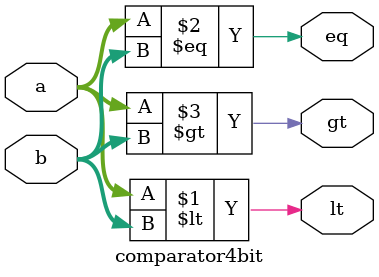
<source format=v>
module comparator4bit(a,b,lt,eq,gt);
  input [3:0] a,b;
  output lt,eq,gt;
  assign lt = (a<b);
  assign eq = (a==b);
  assign gt = (a>b);
endmodule

</source>
